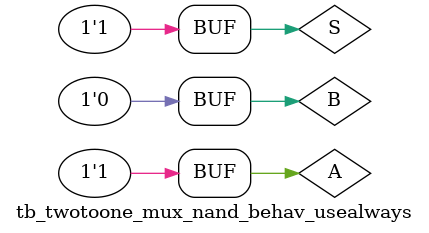
<source format=v>
`timescale 1ns / 1ps


module tb_twotoone_mux_nand_behav_usealways(

    );
    
    reg S,A,B;
    wire Z;
    
    twotoone_mux_nand_behav_using_always uut(
    .S(S),
    .A(A),
    .B(B),
    .Z(Z)
    );
    
    initial begin 
    #10;
    S = 0 ; A = 0;
    #25;
    S = 1 ; B = 1;
    #25;
    S = 0 ; A = 1;
    #25;
    S = 1 ; B = 0;
    #25;
    end 
    
endmodule

</source>
